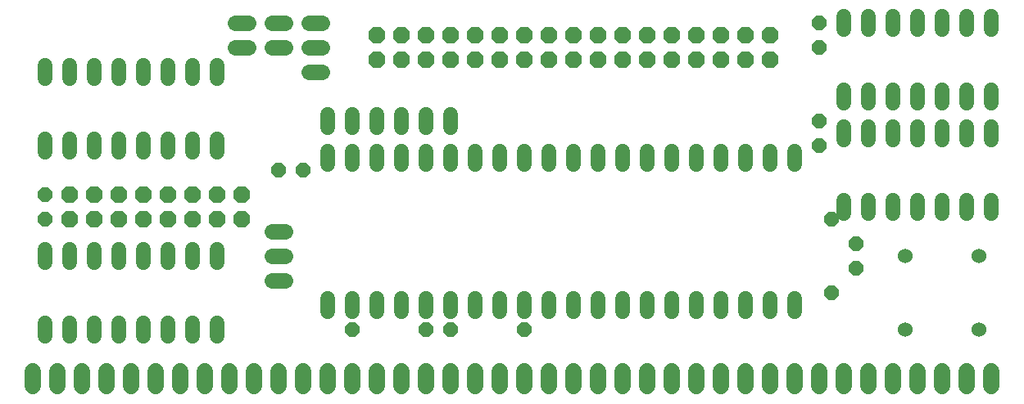
<source format=gbs>
G75*
%MOIN*%
%OFA0B0*%
%FSLAX24Y24*%
%IPPOS*%
%LPD*%
%AMOC8*
5,1,8,0,0,1.08239X$1,22.5*
%
%ADD10C,0.0680*%
%ADD11OC8,0.0680*%
%ADD12OC8,0.0600*%
%ADD13C,0.0600*%
%ADD14C,0.0600*%
%ADD15C,0.0640*%
D10*
X000600Y000800D02*
X000600Y001400D01*
X001600Y001400D02*
X001600Y000800D01*
X002600Y000800D02*
X002600Y001400D01*
X003600Y001400D02*
X003600Y000800D01*
X004600Y000800D02*
X004600Y001400D01*
X005600Y001400D02*
X005600Y000800D01*
X006600Y000800D02*
X006600Y001400D01*
X007600Y001400D02*
X007600Y000800D01*
X008600Y000800D02*
X008600Y001400D01*
X009600Y001400D02*
X009600Y000800D01*
X010600Y000800D02*
X010600Y001400D01*
X011600Y001400D02*
X011600Y000800D01*
X012600Y000800D02*
X012600Y001400D01*
X013600Y001400D02*
X013600Y000800D01*
X014600Y000800D02*
X014600Y001400D01*
X015600Y001400D02*
X015600Y000800D01*
X016600Y000800D02*
X016600Y001400D01*
X017600Y001400D02*
X017600Y000800D01*
X018600Y000800D02*
X018600Y001400D01*
X019600Y001400D02*
X019600Y000800D01*
X020600Y000800D02*
X020600Y001400D01*
X021600Y001400D02*
X021600Y000800D01*
X022600Y000800D02*
X022600Y001400D01*
X023600Y001400D02*
X023600Y000800D01*
X024600Y000800D02*
X024600Y001400D01*
X025600Y001400D02*
X025600Y000800D01*
X026600Y000800D02*
X026600Y001400D01*
X027600Y001400D02*
X027600Y000800D01*
X028600Y000800D02*
X028600Y001400D01*
X029600Y001400D02*
X029600Y000800D01*
X030600Y000800D02*
X030600Y001400D01*
X031600Y001400D02*
X031600Y000800D01*
X032600Y000800D02*
X032600Y001400D01*
X033600Y001400D02*
X033600Y000800D01*
X034600Y000800D02*
X034600Y001400D01*
X035600Y001400D02*
X035600Y000800D01*
X036600Y000800D02*
X036600Y001400D01*
X037600Y001400D02*
X037600Y000800D01*
X038600Y000800D02*
X038600Y001400D01*
X039600Y001400D02*
X039600Y000800D01*
D11*
X009100Y007600D03*
X008100Y007600D03*
X007100Y007600D03*
X006100Y007600D03*
X005100Y007600D03*
X004100Y007600D03*
X003100Y007600D03*
X002100Y007600D03*
X002100Y008600D03*
X003100Y008600D03*
X004100Y008600D03*
X005100Y008600D03*
X006100Y008600D03*
X007100Y008600D03*
X008100Y008600D03*
X009100Y008600D03*
X014600Y014100D03*
X015600Y014100D03*
X016600Y014100D03*
X017600Y014100D03*
X018600Y014100D03*
X019600Y014100D03*
X020600Y014100D03*
X021600Y014100D03*
X022600Y014100D03*
X023600Y014100D03*
X024600Y014100D03*
X025600Y014100D03*
X026600Y014100D03*
X027600Y014100D03*
X028600Y014100D03*
X029600Y014100D03*
X030600Y014100D03*
X030600Y015100D03*
X029600Y015100D03*
X028600Y015100D03*
X027600Y015100D03*
X026600Y015100D03*
X025600Y015100D03*
X024600Y015100D03*
X023600Y015100D03*
X022600Y015100D03*
X021600Y015100D03*
X020600Y015100D03*
X019600Y015100D03*
X018600Y015100D03*
X017600Y015100D03*
X016600Y015100D03*
X015600Y015100D03*
X014600Y015100D03*
D12*
X011600Y009600D03*
X010600Y009600D03*
X001100Y008600D03*
X001100Y007600D03*
X013600Y003100D03*
X016600Y003100D03*
X017600Y003100D03*
X020600Y003100D03*
X033100Y004600D03*
X034100Y005600D03*
X034100Y006600D03*
X033100Y007600D03*
X032600Y010600D03*
X032600Y011600D03*
X032600Y014600D03*
X032600Y015600D03*
D13*
X033600Y015340D02*
X033600Y015860D01*
X034600Y015860D02*
X034600Y015340D01*
X035600Y015340D02*
X035600Y015860D01*
X036600Y015860D02*
X036600Y015340D01*
X037600Y015340D02*
X037600Y015860D01*
X038600Y015860D02*
X038600Y015340D01*
X039600Y015340D02*
X039600Y015860D01*
X039600Y012860D02*
X039600Y012340D01*
X038600Y012340D02*
X038600Y012860D01*
X037600Y012860D02*
X037600Y012340D01*
X036600Y012340D02*
X036600Y012860D01*
X035600Y012860D02*
X035600Y012340D01*
X034600Y012340D02*
X034600Y012860D01*
X033600Y012860D02*
X033600Y012340D01*
X033600Y011360D02*
X033600Y010840D01*
X034600Y010840D02*
X034600Y011360D01*
X035600Y011360D02*
X035600Y010840D01*
X036600Y010840D02*
X036600Y011360D01*
X037600Y011360D02*
X037600Y010840D01*
X038600Y010840D02*
X038600Y011360D01*
X039600Y011360D02*
X039600Y010840D01*
X039600Y008360D02*
X039600Y007840D01*
X038600Y007840D02*
X038600Y008360D01*
X037600Y008360D02*
X037600Y007840D01*
X036600Y007840D02*
X036600Y008360D01*
X035600Y008360D02*
X035600Y007840D01*
X034600Y007840D02*
X034600Y008360D01*
X033600Y008360D02*
X033600Y007840D01*
X031600Y009840D02*
X031600Y010360D01*
X030600Y010360D02*
X030600Y009840D01*
X029600Y009840D02*
X029600Y010360D01*
X028600Y010360D02*
X028600Y009840D01*
X027600Y009840D02*
X027600Y010360D01*
X026600Y010360D02*
X026600Y009840D01*
X025600Y009840D02*
X025600Y010360D01*
X024600Y010360D02*
X024600Y009840D01*
X023600Y009840D02*
X023600Y010360D01*
X022600Y010360D02*
X022600Y009840D01*
X021600Y009840D02*
X021600Y010360D01*
X020600Y010360D02*
X020600Y009840D01*
X019600Y009840D02*
X019600Y010360D01*
X018600Y010360D02*
X018600Y009840D01*
X017600Y009840D02*
X017600Y010360D01*
X016600Y010360D02*
X016600Y009840D01*
X015600Y009840D02*
X015600Y010360D01*
X014600Y010360D02*
X014600Y009840D01*
X013600Y009840D02*
X013600Y010360D01*
X012600Y010360D02*
X012600Y009840D01*
X012600Y011340D02*
X012600Y011860D01*
X013600Y011860D02*
X013600Y011340D01*
X014600Y011340D02*
X014600Y011860D01*
X015600Y011860D02*
X015600Y011340D01*
X016600Y011340D02*
X016600Y011860D01*
X017600Y011860D02*
X017600Y011340D01*
X008100Y010860D02*
X008100Y010340D01*
X007100Y010340D02*
X007100Y010860D01*
X006100Y010860D02*
X006100Y010340D01*
X005100Y010340D02*
X005100Y010860D01*
X004100Y010860D02*
X004100Y010340D01*
X003100Y010340D02*
X003100Y010860D01*
X002100Y010860D02*
X002100Y010340D01*
X001100Y010340D02*
X001100Y010860D01*
X001100Y013340D02*
X001100Y013860D01*
X002100Y013860D02*
X002100Y013340D01*
X003100Y013340D02*
X003100Y013860D01*
X004100Y013860D02*
X004100Y013340D01*
X005100Y013340D02*
X005100Y013860D01*
X006100Y013860D02*
X006100Y013340D01*
X007100Y013340D02*
X007100Y013860D01*
X008100Y013860D02*
X008100Y013340D01*
X008100Y006360D02*
X008100Y005840D01*
X007100Y005840D02*
X007100Y006360D01*
X006100Y006360D02*
X006100Y005840D01*
X005100Y005840D02*
X005100Y006360D01*
X004100Y006360D02*
X004100Y005840D01*
X003100Y005840D02*
X003100Y006360D01*
X002100Y006360D02*
X002100Y005840D01*
X001100Y005840D02*
X001100Y006360D01*
X001100Y003360D02*
X001100Y002840D01*
X002100Y002840D02*
X002100Y003360D01*
X003100Y003360D02*
X003100Y002840D01*
X004100Y002840D02*
X004100Y003360D01*
X005100Y003360D02*
X005100Y002840D01*
X006100Y002840D02*
X006100Y003360D01*
X007100Y003360D02*
X007100Y002840D01*
X008100Y002840D02*
X008100Y003360D01*
X012600Y003840D02*
X012600Y004360D01*
X013600Y004360D02*
X013600Y003840D01*
X014600Y003840D02*
X014600Y004360D01*
X015600Y004360D02*
X015600Y003840D01*
X016600Y003840D02*
X016600Y004360D01*
X017600Y004360D02*
X017600Y003840D01*
X018600Y003840D02*
X018600Y004360D01*
X019600Y004360D02*
X019600Y003840D01*
X020600Y003840D02*
X020600Y004360D01*
X021600Y004360D02*
X021600Y003840D01*
X022600Y003840D02*
X022600Y004360D01*
X023600Y004360D02*
X023600Y003840D01*
X024600Y003840D02*
X024600Y004360D01*
X025600Y004360D02*
X025600Y003840D01*
X026600Y003840D02*
X026600Y004360D01*
X027600Y004360D02*
X027600Y003840D01*
X028600Y003840D02*
X028600Y004360D01*
X029600Y004360D02*
X029600Y003840D01*
X030600Y003840D02*
X030600Y004360D01*
X031600Y004360D02*
X031600Y003840D01*
D14*
X036100Y003100D03*
X039100Y003100D03*
X039100Y006100D03*
X036100Y006100D03*
D15*
X012380Y013600D02*
X011820Y013600D01*
X011820Y014600D02*
X012380Y014600D01*
X010880Y014600D02*
X010320Y014600D01*
X009380Y014600D02*
X008820Y014600D01*
X008820Y015600D02*
X009380Y015600D01*
X010320Y015600D02*
X010880Y015600D01*
X011820Y015600D02*
X012380Y015600D01*
X010880Y007100D02*
X010320Y007100D01*
X010320Y006100D02*
X010880Y006100D01*
X010880Y005100D02*
X010320Y005100D01*
M02*

</source>
